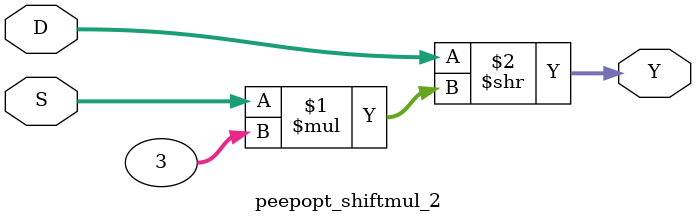
<source format=v>
module peepopt_shiftmul_2 (input [11:0] D, input [1:0] S, output [11:0] Y);
	assign Y = D >> (S*3);
endmodule

</source>
